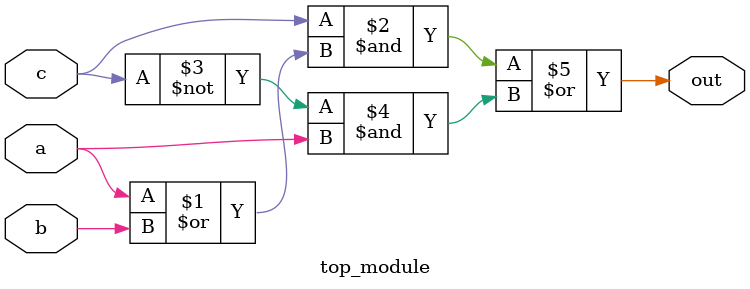
<source format=sv>
module top_module(
    input a, 
    input b,
    input c,
    output out
);
    assign out = (c & (a | b)) | (~c & a);
endmodule

</source>
